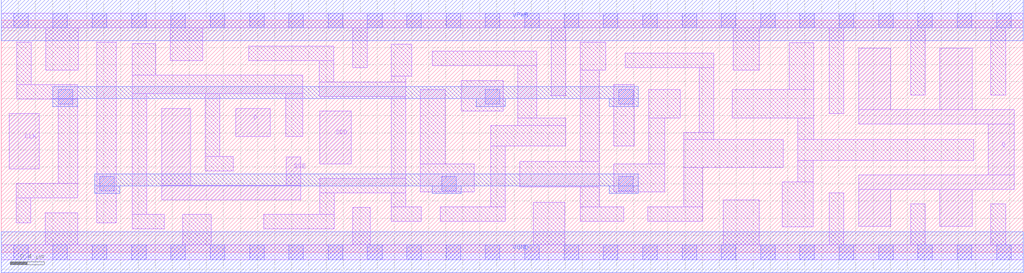
<source format=lef>
# Copyright 2020 The SkyWater PDK Authors
#
# Licensed under the Apache License, Version 2.0 (the "License");
# you may not use this file except in compliance with the License.
# You may obtain a copy of the License at
#
#     https://www.apache.org/licenses/LICENSE-2.0
#
# Unless required by applicable law or agreed to in writing, software
# distributed under the License is distributed on an "AS IS" BASIS,
# WITHOUT WARRANTIES OR CONDITIONS OF ANY KIND, either express or implied.
# See the License for the specific language governing permissions and
# limitations under the License.
#
# SPDX-License-Identifier: Apache-2.0

VERSION 5.7 ;
BUSBITCHARS "[]" ;
DIVIDERCHAR "/" ;
PROPERTYDEFINITIONS
  MACRO maskLayoutSubType STRING ;
  MACRO prCellType STRING ;
  MACRO originalViewName STRING ;
END PROPERTYDEFINITIONS
MACRO sky130_fd_sc_hdll__sdfxtp_4
  ORIGIN  0.000000  0.000000 ;
  CLASS CORE ;
  SYMMETRY X Y R90 ;
  SIZE  11.96000 BY  2.720000 ;
  SITE unithd ;
  PIN CLK
    ANTENNAGATEAREA  0.178200 ;
    DIRECTION INPUT ;
    USE SIGNAL ;
    PORT
      LAYER li1 ;
        RECT 0.095000 0.975000 0.445000 1.625000 ;
    END
  END CLK
  PIN D
    ANTENNAGATEAREA  0.178200 ;
    DIRECTION INPUT ;
    USE SIGNAL ;
    PORT
      LAYER li1 ;
        RECT 2.745000 1.355000 3.150000 1.685000 ;
    END
  END D
  PIN Q
    ANTENNADIFFAREA  1.028500 ;
    DIRECTION OUTPUT ;
    USE SIGNAL ;
    PORT
      LAYER li1 ;
        RECT 10.030000 0.305000 10.410000 0.735000 ;
        RECT 10.030000 0.735000 11.850000 0.905000 ;
        RECT 10.030000 1.505000 11.850000 1.675000 ;
        RECT 10.030000 1.675000 10.410000 2.395000 ;
        RECT 10.980000 0.305000 11.360000 0.735000 ;
        RECT 10.980000 1.675000 11.360000 2.395000 ;
        RECT 11.550000 0.905000 11.850000 1.505000 ;
    END
  END Q
  PIN SCD
    ANTENNAGATEAREA  0.178200 ;
    DIRECTION INPUT ;
    USE SIGNAL ;
    PORT
      LAYER li1 ;
        RECT 3.725000 1.035000 4.095000 1.655000 ;
    END
  END SCD
  PIN SCE
    ANTENNAGATEAREA  0.356400 ;
    DIRECTION INPUT ;
    USE SIGNAL ;
    PORT
      LAYER li1 ;
        RECT 1.880000 0.615000 3.505000 0.785000 ;
        RECT 1.880000 0.785000 2.215000 1.685000 ;
        RECT 3.335000 0.785000 3.505000 1.115000 ;
    END
  END SCE
  PIN VGND
    DIRECTION INOUT ;
    USE GROUND ;
    PORT
      LAYER met1 ;
        RECT 0.000000 -0.240000 11.960000 0.240000 ;
    END
  END VGND
  PIN VPWR
    DIRECTION INOUT ;
    USE POWER ;
    PORT
      LAYER met1 ;
        RECT 0.000000 2.480000 11.960000 2.960000 ;
    END
  END VPWR
  OBS
    LAYER li1 ;
      RECT  0.000000 -0.085000 11.960000 0.085000 ;
      RECT  0.000000  2.635000 11.960000 2.805000 ;
      RECT  0.175000  0.345000  0.345000 0.635000 ;
      RECT  0.175000  0.635000  0.895000 0.805000 ;
      RECT  0.180000  1.795000  0.895000 1.965000 ;
      RECT  0.180000  1.965000  0.350000 2.465000 ;
      RECT  0.515000  0.085000  0.895000 0.465000 ;
      RECT  0.520000  2.135000  0.900000 2.635000 ;
      RECT  0.665000  0.805000  0.895000 1.795000 ;
      RECT  1.115000  0.345000  1.345000 2.465000 ;
      RECT  1.535000  0.275000  1.905000 0.445000 ;
      RECT  1.535000  0.445000  1.705000 1.860000 ;
      RECT  1.535000  1.860000  3.525000 2.075000 ;
      RECT  1.535000  2.075000  1.810000 2.445000 ;
      RECT  1.980000  2.245000  2.360000 2.635000 ;
      RECT  2.125000  0.085000  2.455000 0.445000 ;
      RECT  2.385000  0.955000  2.715000 1.125000 ;
      RECT  2.385000  1.125000  2.555000 1.860000 ;
      RECT  2.895000  2.245000  3.890000 2.415000 ;
      RECT  3.070000  0.275000  3.895000 0.445000 ;
      RECT  3.330000  1.355000  3.525000 1.860000 ;
      RECT  3.720000  1.825000  4.735000 1.995000 ;
      RECT  3.720000  1.995000  3.890000 2.245000 ;
      RECT  3.725000  0.445000  3.895000 0.695000 ;
      RECT  3.725000  0.695000  4.735000 0.865000 ;
      RECT  4.110000  2.165000  4.280000 2.635000 ;
      RECT  4.115000  0.085000  4.315000 0.525000 ;
      RECT  4.565000  0.365000  4.915000 0.535000 ;
      RECT  4.565000  0.535000  4.735000 0.695000 ;
      RECT  4.565000  0.865000  4.735000 1.825000 ;
      RECT  4.565000  1.995000  4.735000 2.065000 ;
      RECT  4.565000  2.065000  4.800000 2.440000 ;
      RECT  4.905000  0.705000  5.535000 1.035000 ;
      RECT  4.905000  1.035000  5.195000 1.905000 ;
      RECT  5.045000  2.190000  6.265000 2.360000 ;
      RECT  5.135000  0.365000  5.895000 0.535000 ;
      RECT  5.385000  1.655000  5.875000 2.010000 ;
      RECT  5.725000  0.535000  5.895000 1.245000 ;
      RECT  5.725000  1.245000  6.605000 1.485000 ;
      RECT  6.045000  1.485000  6.605000 1.575000 ;
      RECT  6.045000  1.575000  6.265000 2.190000 ;
      RECT  6.065000  0.765000  6.995000 1.065000 ;
      RECT  6.225000  0.085000  6.595000 0.585000 ;
      RECT  6.435000  1.835000  6.605000 2.635000 ;
      RECT  6.775000  0.365000  7.285000 0.535000 ;
      RECT  6.775000  0.535000  6.995000 0.765000 ;
      RECT  6.775000  1.065000  6.995000 2.135000 ;
      RECT  6.775000  2.135000  7.075000 2.465000 ;
      RECT  7.165000  0.705000  7.765000 1.035000 ;
      RECT  7.165000  1.245000  7.405000 1.965000 ;
      RECT  7.300000  2.165000  8.335000 2.335000 ;
      RECT  7.565000  0.365000  8.205000 0.535000 ;
      RECT  7.575000  1.035000  7.765000 1.575000 ;
      RECT  7.575000  1.575000  7.945000 1.905000 ;
      RECT  7.985000  0.535000  8.205000 0.995000 ;
      RECT  7.985000  0.995000  9.150000 1.325000 ;
      RECT  7.985000  1.325000  8.335000 1.405000 ;
      RECT  8.165000  1.405000  8.335000 2.165000 ;
      RECT  8.450000  0.085000  8.870000 0.615000 ;
      RECT  8.555000  1.575000  9.505000 1.905000 ;
      RECT  8.565000  2.135000  8.870000 2.635000 ;
      RECT  9.140000  0.300000  9.500000 0.825000 ;
      RECT  9.220000  1.905000  9.505000 2.455000 ;
      RECT  9.320000  0.825000  9.500000 1.075000 ;
      RECT  9.320000  1.075000 11.380000 1.325000 ;
      RECT  9.320000  1.325000  9.505000 1.575000 ;
      RECT  9.690000  0.085000  9.860000 0.695000 ;
      RECT  9.690000  1.625000  9.860000 2.635000 ;
      RECT 10.640000  0.085000 10.810000 0.565000 ;
      RECT 10.640000  1.845000 10.810000 2.635000 ;
      RECT 11.580000  0.085000 11.750000 0.565000 ;
      RECT 11.580000  1.845000 11.750000 2.635000 ;
    LAYER mcon ;
      RECT  0.145000 -0.085000  0.315000 0.085000 ;
      RECT  0.145000  2.635000  0.315000 2.805000 ;
      RECT  0.605000 -0.085000  0.775000 0.085000 ;
      RECT  0.605000  2.635000  0.775000 2.805000 ;
      RECT  0.665000  1.740000  0.835000 1.910000 ;
      RECT  1.065000 -0.085000  1.235000 0.085000 ;
      RECT  1.065000  2.635000  1.235000 2.805000 ;
      RECT  1.155000  0.720000  1.325000 0.890000 ;
      RECT  1.525000 -0.085000  1.695000 0.085000 ;
      RECT  1.525000  2.635000  1.695000 2.805000 ;
      RECT  1.985000 -0.085000  2.155000 0.085000 ;
      RECT  1.985000  2.635000  2.155000 2.805000 ;
      RECT  2.445000 -0.085000  2.615000 0.085000 ;
      RECT  2.445000  2.635000  2.615000 2.805000 ;
      RECT  2.905000 -0.085000  3.075000 0.085000 ;
      RECT  2.905000  2.635000  3.075000 2.805000 ;
      RECT  3.365000 -0.085000  3.535000 0.085000 ;
      RECT  3.365000  2.635000  3.535000 2.805000 ;
      RECT  3.825000 -0.085000  3.995000 0.085000 ;
      RECT  3.825000  2.635000  3.995000 2.805000 ;
      RECT  4.285000 -0.085000  4.455000 0.085000 ;
      RECT  4.285000  2.635000  4.455000 2.805000 ;
      RECT  4.745000 -0.085000  4.915000 0.085000 ;
      RECT  4.745000  2.635000  4.915000 2.805000 ;
      RECT  5.155000  0.720000  5.325000 0.890000 ;
      RECT  5.205000 -0.085000  5.375000 0.085000 ;
      RECT  5.205000  2.635000  5.375000 2.805000 ;
      RECT  5.665000 -0.085000  5.835000 0.085000 ;
      RECT  5.665000  1.740000  5.835000 1.910000 ;
      RECT  5.665000  2.635000  5.835000 2.805000 ;
      RECT  6.125000 -0.085000  6.295000 0.085000 ;
      RECT  6.125000  2.635000  6.295000 2.805000 ;
      RECT  6.585000 -0.085000  6.755000 0.085000 ;
      RECT  6.585000  2.635000  6.755000 2.805000 ;
      RECT  7.045000 -0.085000  7.215000 0.085000 ;
      RECT  7.045000  2.635000  7.215000 2.805000 ;
      RECT  7.225000  0.720000  7.395000 0.890000 ;
      RECT  7.225000  1.740000  7.395000 1.910000 ;
      RECT  7.505000 -0.085000  7.675000 0.085000 ;
      RECT  7.505000  2.635000  7.675000 2.805000 ;
      RECT  7.965000 -0.085000  8.135000 0.085000 ;
      RECT  7.965000  2.635000  8.135000 2.805000 ;
      RECT  8.425000 -0.085000  8.595000 0.085000 ;
      RECT  8.425000  2.635000  8.595000 2.805000 ;
      RECT  8.885000 -0.085000  9.055000 0.085000 ;
      RECT  8.885000  2.635000  9.055000 2.805000 ;
      RECT  9.345000 -0.085000  9.515000 0.085000 ;
      RECT  9.345000  2.635000  9.515000 2.805000 ;
      RECT  9.805000 -0.085000  9.975000 0.085000 ;
      RECT  9.805000  2.635000  9.975000 2.805000 ;
      RECT 10.265000 -0.085000 10.435000 0.085000 ;
      RECT 10.265000  2.635000 10.435000 2.805000 ;
      RECT 10.725000 -0.085000 10.895000 0.085000 ;
      RECT 10.725000  2.635000 10.895000 2.805000 ;
      RECT 11.185000 -0.085000 11.355000 0.085000 ;
      RECT 11.185000  2.635000 11.355000 2.805000 ;
      RECT 11.645000 -0.085000 11.815000 0.085000 ;
      RECT 11.645000  2.635000 11.815000 2.805000 ;
    LAYER met1 ;
      RECT 0.605000 1.710000 0.895000 1.800000 ;
      RECT 0.605000 1.800000 7.455000 1.940000 ;
      RECT 1.095000 0.690000 1.385000 0.780000 ;
      RECT 1.095000 0.780000 7.455000 0.920000 ;
      RECT 5.045000 0.690000 5.385000 0.780000 ;
      RECT 5.555000 1.710000 5.895000 1.800000 ;
      RECT 7.115000 0.690000 7.455000 0.780000 ;
      RECT 7.115000 1.710000 7.455000 1.800000 ;
  END
  PROPERTY maskLayoutSubType "abstract" ;
  PROPERTY prCellType "standard" ;
  PROPERTY originalViewName "layout" ;
END sky130_fd_sc_hdll__sdfxtp_4

</source>
